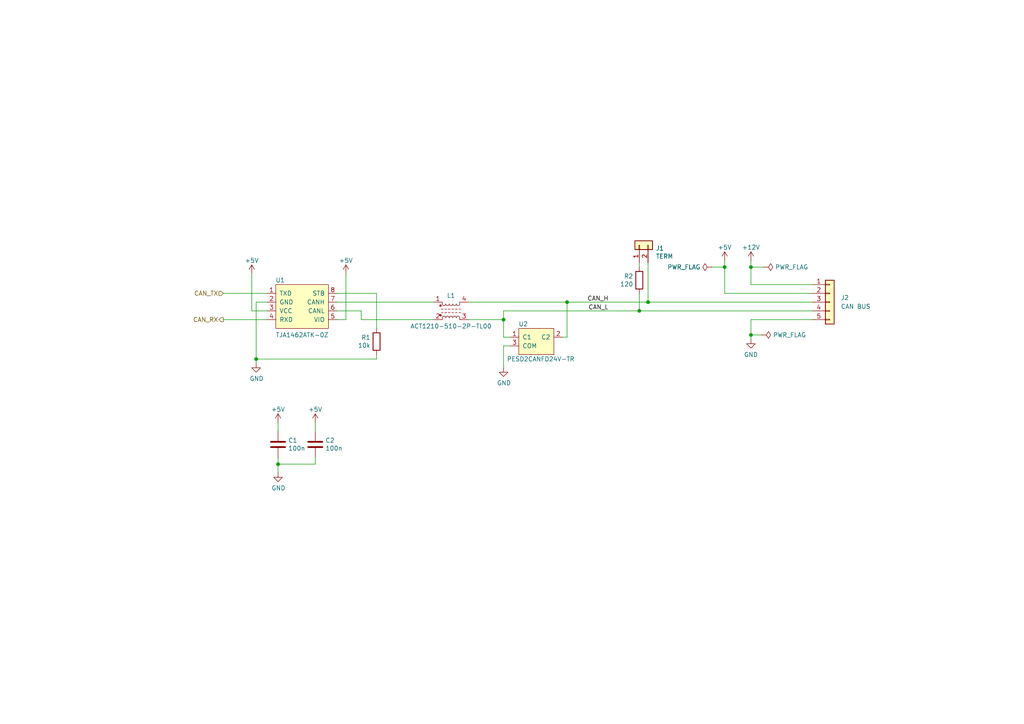
<source format=kicad_sch>
(kicad_sch (version 20230121) (generator eeschema)
  (paper "A4")
  (title_block (title "Tandem Leveller User Controls") (date "2025-02-25") (rev "V1.0") (company "(C) andy@britishideas.com 2025") (comment 1 "For personal use only, no commercial use") (comment 2 "Provided as-is, no warranty express or implied. Use at your own risk"))
  (lib_symbols
    (symbol "Connector_Generic:Conn_01x02" (pin_names (offset 1.016) hide)
      (property "Reference" "J" (at 0 2.54 0))
      (property "Value" "Conn_01x02" (at 0 -5.08 0))
      (symbol "Conn_01x02_1_1"
        (rectangle (start -1.27 -2.413) (end 0 -2.667) (stroke (width 0.1524)))
        (rectangle (start -1.27 0.127) (end 0 -0.127) (stroke (width 0.1524)))
        (rectangle (start -1.27 1.27) (end 1.27 -3.81) (stroke (width 0.254)) (fill (type background)))
        (pin passive line (at -5.08 0 0) (length 3.81) (name "Pin_1") (number "1"))
        (pin passive line (at -5.08 -2.54 0) (length 3.81) (name "Pin_2") (number "2"))
      )
    )
    (symbol "Connector_Generic:Conn_01x05" (pin_names (offset 1.016) hide)
      (property "Reference" "J" (at 0 7.62 0))
      (property "Value" "Conn_01x05" (at 0 -7.62 0))
      (symbol "Conn_01x05_1_1"
        (rectangle (start -1.27 -4.953) (end 0 -5.207) (stroke (width 0.1524)))
        (rectangle (start -1.27 -2.413) (end 0 -2.667) (stroke (width 0.1524)))
        (rectangle (start -1.27 0.127) (end 0 -0.127) (stroke (width 0.1524)))
        (rectangle (start -1.27 2.667) (end 0 2.413) (stroke (width 0.1524)))
        (rectangle (start -1.27 5.207) (end 0 4.953) (stroke (width 0.1524)))
        (rectangle (start -1.27 6.35) (end 1.27 -6.35) (stroke (width 0.254)) (fill (type background)))
        (pin passive line (at -5.08 5.08 0) (length 3.81) (name "Pin_1") (number "1"))
        (pin passive line (at -5.08 2.54 0) (length 3.81) (name "Pin_2") (number "2"))
        (pin passive line (at -5.08 0 0) (length 3.81) (name "Pin_3") (number "3"))
        (pin passive line (at -5.08 -2.54 0) (length 3.81) (name "Pin_4") (number "4"))
        (pin passive line (at -5.08 -5.08 0) (length 3.81) (name "Pin_5") (number "5"))
      )
    )
    (symbol "Device:C" (pin_numbers hide) (pin_names (offset 0.254))
      (property "Reference" "C" (at 0.635 2.54 0))
      (property "Value" "C" (at 0.635 -2.54 0))
      (symbol "C_0_1"
        (polyline (pts (xy -2.032 -0.762) (xy 2.032 -0.762)) (stroke (width 0.508)))
        (polyline (pts (xy -2.032 0.762) (xy 2.032 0.762)) (stroke (width 0.508)))
      )
      (symbol "C_1_1"
        (pin passive line (at 0 3.81 270) (length 2.794) (name "~") (number "1"))
        (pin passive line (at 0 -3.81 90) (length 2.794) (name "~") (number "2"))
      )
    )
    (symbol "Device:L_Ferrite_Coupled_1423" (pin_names (offset 0.254) hide)
      (property "Reference" "L" (at 0 4.445 0))
      (property "Value" "L_Ferrite_Coupled_1423" (at 0 -4.445 0))
      (symbol "L_Ferrite_Coupled_1423_0_1"
        (circle (center -3.048 -1.27) (radius 0.254) (fill (type outline)))
        (circle (center -3.048 1.524) (radius 0.254) (fill (type outline)))
        (arc (start -2.54 2.032) (mid -2.032 1.5262) (end -1.524 2.032))
        (arc (start -1.524 -2.032) (mid -2.032 -1.5262) (end -2.54 -2.032))
        (arc (start -1.524 2.032) (mid -1.016 1.5262) (end -0.508 2.032))
        (arc (start -0.508 -2.032) (mid -1.016 -1.5262) (end -1.524 -2.032))
        (arc (start -0.508 2.032) (mid 0 1.5262) (end 0.508 2.032))
        (polyline (pts (xy -2.794 -0.508) (xy -2.286 -0.508)))
        (polyline (pts (xy -2.794 0.508) (xy -2.286 0.508)))
        (polyline (pts (xy -2.54 -2.032) (xy -2.54 -2.54)))
        (polyline (pts (xy -2.54 2.032) (xy -2.54 2.54)))
        (polyline (pts (xy -1.778 -0.508) (xy -1.27 -0.508)))
        (polyline (pts (xy -1.778 0.508) (xy -1.27 0.508)))
        (polyline (pts (xy -0.762 -0.508) (xy -0.254 -0.508)))
        (polyline (pts (xy -0.762 0.508) (xy -0.254 0.508)))
        (polyline (pts (xy 0.254 -0.508) (xy 0.762 -0.508)))
        (polyline (pts (xy 0.254 0.508) (xy 0.762 0.508)))
        (polyline (pts (xy 1.27 -0.508) (xy 1.778 -0.508)))
        (polyline (pts (xy 1.27 0.508) (xy 1.778 0.508)))
        (polyline (pts (xy 2.286 -0.508) (xy 2.794 -0.508)))
        (polyline (pts (xy 2.286 0.508) (xy 2.794 0.508)))
        (polyline (pts (xy 2.54 -2.032) (xy 2.54 -2.54)))
        (polyline (pts (xy 2.54 2.54) (xy 2.54 2.032)))
        (arc (start 0.508 -2.032) (mid 0 -1.5262) (end -0.508 -2.032))
        (arc (start 0.508 2.032) (mid 1.016 1.5262) (end 1.524 2.032))
        (arc (start 1.524 -2.032) (mid 1.016 -1.5262) (end 0.508 -2.032))
        (arc (start 1.524 2.032) (mid 2.032 1.5262) (end 2.54 2.032))
        (arc (start 2.54 -2.032) (mid 2.032 -1.5262) (end 1.524 -2.032))
      )
      (symbol "L_Ferrite_Coupled_1423_1_1"
        (pin passive line (at -5.08 2.54 0) (length 2.54) (name "1") (number "1"))
        (pin passive line (at -5.08 -2.54 0) (length 2.54) (name "2") (number "2"))
        (pin passive line (at 5.08 -2.54 180) (length 2.54) (name "3") (number "3"))
        (pin passive line (at 5.08 2.54 180) (length 2.54) (name "4") (number "4"))
      )
    )
    (symbol "Device:R" (pin_numbers hide) (pin_names (offset 0))
      (property "Reference" "R" (at 2.032 0 90))
      (property "Value" "R" (at 0 0 90))
      (symbol "R_0_1"
        (rectangle (start -1.016 -2.54) (end 1.016 2.54) (stroke (width 0.254)))
      )
      (symbol "R_1_1"
        (pin passive line (at 0 3.81 270) (length 1.27) (name "~") (number "1"))
        (pin passive line (at 0 -3.81 90) (length 1.27) (name "~") (number "2"))
      )
    )
    (symbol "EmSA:PESD2CANFD24V-T" (pin_names (offset 1.016))
      (property "Reference" "U" (at 1.27 -1.27 0))
      (property "Value" "PESD2CANFD24V-T" (at 5.08 8.89 0))
      (property "manf#" "PESD2CANFD24V-T" (at 0 0 0))
      (symbol "PESD2CANFD24V-T_0_1"
        (rectangle (start 0 0) (end 10.16 7.62) (fill (type background)))
      )
      (symbol "PESD2CANFD24V-T_1_1"
        (pin passive line (at -2.54 5.08 0) (length 2.54) (name "C1") (number "1"))
        (pin passive line (at 12.7 5.08 180) (length 2.54) (name "C2") (number "2"))
        (pin passive line (at -2.54 2.54 0) (length 2.54) (name "COM") (number "3"))
      )
    )
    (symbol "EmSA:TJA1462ATK" (pin_names (offset 1.016))
      (property "Reference" "U" (at 1.27 -1.27 0))
      (property "Value" "TJA1462ATK" (at 10.16 -1.27 0))
      (property "manf#" "TJA1462ATK" (at 0 0 0))
      (symbol "TJA1462ATK_0_1"
        (rectangle (start 0 0) (end 15.24 12.7) (fill (type background)))
      )
      (symbol "TJA1462ATK_1_1"
        (pin input line (at -2.54 10.16 0) (length 2.54) (name "TXD") (number "1"))
        (pin power_in line (at -2.54 7.62 0) (length 2.54) (name "GND") (number "2"))
        (pin power_in line (at -2.54 5.08 0) (length 2.54) (name "VCC") (number "3"))
        (pin output line (at -2.54 2.54 0) (length 2.54) (name "RXD") (number "4"))
        (pin power_in line (at 17.78 2.54 180) (length 2.54) (name "VIO") (number "5"))
        (pin bidirectional line (at 17.78 5.08 180) (length 2.54) (name "CANL") (number "6"))
        (pin bidirectional line (at 17.78 7.62 180) (length 2.54) (name "CANH") (number "7"))
        (pin input line (at 17.78 10.16 180) (length 2.54) (name "STB") (number "8"))
      )
    )
    (symbol "power:+12V" (power) (pin_names (offset 0))
      (property "Value" "+12V" (at 0 3.556 0))
      (symbol "+12V_0_1"
        (polyline (pts (xy -0.762 1.27) (xy 0 2.54)))
        (polyline (pts (xy 0 0) (xy 0 2.54)))
        (polyline (pts (xy 0 2.54) (xy 0.762 1.27)))
      )
      (symbol "+12V_1_1"
        (pin power_in line (at 0 0 90) (length 0) hide (name "+12V") (number "1"))
      )
    )
    (symbol "power:+5V" (power) (pin_names (offset 0))
      (property "Value" "+5V" (at 0 3.556 0))
      (symbol "+5V_0_1"
        (polyline (pts (xy -0.762 1.27) (xy 0 2.54)))
        (polyline (pts (xy 0 0) (xy 0 2.54)))
        (polyline (pts (xy 0 2.54) (xy 0.762 1.27)))
      )
      (symbol "+5V_1_1"
        (pin power_in line (at 0 0 90) (length 0) hide (name "+5V") (number "1"))
      )
    )
    (symbol "power:GND" (power) (pin_names (offset 0))
      (property "Value" "GND" (at 0 -3.81 0))
      (symbol "GND_0_1"
        (polyline (pts (xy 0 0) (xy 0 -1.27) (xy 1.27 -1.27) (xy 0 -2.54) (xy -1.27 -1.27) (xy 0 -1.27)))
      )
      (symbol "GND_1_1"
        (pin power_in line (at 0 0 270) (length 0) hide (name "GND") (number "1"))
      )
    )
    (symbol "power:PWR_FLAG" (power) (pin_numbers hide) (pin_names (offset 0) hide)
      (property "Value" "PWR_FLAG" (at 0 3.81 0))
      (symbol "PWR_FLAG_0_0"
        (pin power_out line (at 0 0 90) (length 0) (name "pwr") (number "1"))
      )
      (symbol "PWR_FLAG_0_1"
        (polyline (pts (xy 0 0) (xy 0 1.27) (xy -1.016 1.905) (xy 0 2.54) (xy 1.016 1.905) (xy 0 1.27)))
      )
    )
  )
  (junction (at 164.465 87.63))
  (junction (at 74.295 104.14))
  (junction (at 217.805 77.47))
  (junction (at 217.805 97.155))
  (junction (at 210.185 77.47))
  (junction (at 146.05 92.71))
  (junction (at 187.96 87.63))
  (junction (at 80.645 134.62))
  (junction (at 185.42 90.17))
  (wire (pts (xy 146.05 106.68) (xy 146.05 100.33)))
  (wire (pts (xy 91.44 134.62) (xy 80.645 134.62)))
  (wire (pts (xy 217.805 97.155) (xy 217.805 98.425)))
  (wire (pts (xy 100.33 79.375) (xy 100.33 92.71)))
  (wire (pts (xy 109.22 95.25) (xy 109.22 85.09)))
  (wire (pts (xy 185.42 77.47) (xy 185.42 76.2)))
  (wire (pts (xy 74.295 104.14) (xy 74.295 87.63)))
  (wire (pts (xy 104.775 92.71) (xy 125.73 92.71)))
  (wire (pts (xy 206.375 77.47) (xy 210.185 77.47)))
  (wire (pts (xy 80.645 132.715) (xy 80.645 134.62)))
  (wire (pts (xy 97.79 90.17) (xy 104.775 90.17)))
  (wire (pts (xy 135.89 92.71) (xy 146.05 92.71)))
  (wire (pts (xy 64.77 85.09) (xy 77.47 85.09)))
  (wire (pts (xy 163.195 97.79) (xy 164.465 97.79)))
  (wire (pts (xy 187.96 87.63) (xy 187.96 76.2)))
  (wire (pts (xy 185.42 90.17) (xy 185.42 85.09)))
  (wire (pts (xy 217.805 97.155) (xy 220.98 97.155)))
  (wire (pts (xy 100.33 92.71) (xy 97.79 92.71)))
  (wire (pts (xy 73.025 79.375) (xy 73.025 90.17)))
  (wire (pts (xy 187.96 87.63) (xy 235.585 87.63)))
  (wire (pts (xy 217.805 92.71) (xy 217.805 97.155)))
  (wire (pts (xy 210.185 75.565) (xy 210.185 77.47)))
  (wire (pts (xy 164.465 97.79) (xy 164.465 87.63)))
  (wire (pts (xy 97.79 87.63) (xy 125.73 87.63)))
  (wire (pts (xy 91.44 122.555) (xy 91.44 125.095)))
  (wire (pts (xy 74.295 104.14) (xy 109.22 104.14)))
  (wire (pts (xy 146.05 100.33) (xy 147.955 100.33)))
  (wire (pts (xy 73.025 90.17) (xy 77.47 90.17)))
  (wire (pts (xy 217.805 77.47) (xy 217.805 82.55)))
  (wire (pts (xy 147.955 97.79) (xy 146.05 97.79)))
  (wire (pts (xy 164.465 87.63) (xy 187.96 87.63)))
  (wire (pts (xy 217.805 92.71) (xy 235.585 92.71)))
  (wire (pts (xy 74.295 105.41) (xy 74.295 104.14)))
  (wire (pts (xy 91.44 132.715) (xy 91.44 134.62)))
  (wire (pts (xy 210.185 85.09) (xy 235.585 85.09)))
  (wire (pts (xy 146.05 90.17) (xy 146.05 92.71)))
  (wire (pts (xy 146.05 97.79) (xy 146.05 92.71)))
  (wire (pts (xy 80.645 122.555) (xy 80.645 125.095)))
  (wire (pts (xy 80.645 134.62) (xy 80.645 137.16)))
  (wire (pts (xy 185.42 90.17) (xy 235.585 90.17)))
  (wire (pts (xy 217.805 82.55) (xy 235.585 82.55)))
  (wire (pts (xy 104.775 90.17) (xy 104.775 92.71)))
  (wire (pts (xy 97.79 85.09) (xy 109.22 85.09)))
  (wire (pts (xy 217.805 77.47) (xy 221.615 77.47)))
  (wire (pts (xy 64.77 92.71) (xy 77.47 92.71)))
  (wire (pts (xy 210.185 77.47) (xy 210.185 85.09)))
  (wire (pts (xy 146.05 90.17) (xy 185.42 90.17)))
  (wire (pts (xy 74.295 87.63) (xy 77.47 87.63)))
  (wire (pts (xy 217.805 75.565) (xy 217.805 77.47)))
  (wire (pts (xy 135.89 87.63) (xy 164.465 87.63)))
  (wire (pts (xy 109.22 102.87) (xy 109.22 104.14)))
  (label "CAN_L" (at 176.53 90.17 180))
  (label "CAN_H" (at 176.53 87.63 180))
  (hierarchical_label "CAN_RX" (shape output) (at 64.77 92.71 180))
  (hierarchical_label "CAN_TX" (shape input) (at 64.77 85.09 180))
  (symbol (lib_id "Device:L_Ferrite_Coupled_1423") (at 130.81 90.17 0) (unit 1)
    (property "Reference" "L1" (at 130.81 85.725 0))
    (property "Value" "ACT1210-510-2P-TL00" (at 130.81 94.615 0))
    (property "Footprint" "EmSA:ACT1210-510-2P-TL00" (effects hide))
    (property "manf#" "ACT1210-510-2P-TL00" (effects hide))
  )
  (symbol (lib_id "power:+5V") (at 73.025 79.375 0) (unit 1)
    (property "Reference" "#PWR01" (effects hide))
    (property "Value" "+5V" (at 73.025 75.565 0))
  )
  (symbol (lib_id "Device:R") (at 185.42 81.28 0) (mirror x) (unit 1)
    (property "Reference" "R2" (at 183.6674 80.1116 0) (effects (justify right)))
    (property "Value" "120" (at 183.6674 82.423 0) (effects (justify right)))
    (property "Footprint" "Resistor_SMD:R_0805_2012Metric" (effects hide))
  )
  (symbol (lib_id "power:+12V") (at 217.805 75.565 0) (unit 1)
    (property "Reference" "#PWR09" (effects hide))
    (property "Value" "+12V" (at 217.805 71.755 0))
  )
  (symbol (lib_id "power:+5V") (at 91.44 122.555 0) (unit 1)
    (property "Reference" "#PWR05" (effects hide))
    (property "Value" "+5V" (at 91.44 118.745 0))
  )
  (symbol (lib_id "Device:C") (at 91.44 128.905 0) (unit 1)
    (property "Reference" "C2" (at 94.361 127.7366 0) (effects (justify left)))
    (property "Value" "100n" (at 94.361 130.048 0) (effects (justify left)))
    (property "Footprint" "Capacitor_SMD:C_0805_2012Metric" (effects hide))
  )
  (symbol (lib_id "Device:R") (at 109.22 99.06 0) (mirror x) (unit 1)
    (property "Reference" "R1" (at 107.4674 97.8916 0) (effects (justify right)))
    (property "Value" "10k" (at 107.4674 100.203 0) (effects (justify right)))
    (property "Footprint" "Resistor_SMD:R_0805_2012Metric" (effects hide))
  )
  (symbol (lib_id "Connector_Generic:Conn_01x02") (at 185.42 71.12 90) (unit 1)
    (property "Reference" "J1" (at 190.1952 72.0344 90) (effects (justify right)))
    (property "Value" "TERM" (at 190.1952 74.3458 90) (effects (justify right)))
    (property "Footprint" "Connector_PinHeader_2.54mm:PinHeader_1x02_P2.54mm_Vertical" (effects hide))
  )
  (symbol (lib_id "power:PWR_FLAG") (at 206.375 77.47 90) (unit 1)
    (property "Reference" "#FLG01" (effects hide))
    (property "Value" "PWR_FLAG" (at 203.2 77.47 90) (effects (justify left)))
  )
  (symbol (lib_id "power:GND") (at 74.295 105.41 0) (unit 1)
    (property "Reference" "#PWR02" (effects hide))
    (property "Value" "GND" (at 74.422 109.8042 0))
  )
  (symbol (lib_id "power:PWR_FLAG") (at 221.615 77.47 270) (unit 1)
    (property "Reference" "#FLG03" (effects hide))
    (property "Value" "PWR_FLAG" (at 224.79 77.47 90) (effects (justify left)))
  )
  (symbol (lib_id "power:+5V") (at 100.33 79.375 0) (unit 1)
    (property "Reference" "#PWR06" (effects hide))
    (property "Value" "+5V" (at 100.33 75.565 0))
  )
  (symbol (lib_id "power:PWR_FLAG") (at 220.98 97.155 270) (unit 1)
    (property "Reference" "#FLG02" (effects hide))
    (property "Value" "PWR_FLAG" (at 224.155 97.155 90) (effects (justify left)))
  )
  (symbol (lib_id "power:+5V") (at 210.185 75.565 0) (unit 1)
    (property "Reference" "#PWR08" (effects hide))
    (property "Value" "+5V" (at 210.185 71.755 0))
  )
  (symbol (lib_id "power:+5V") (at 80.645 122.555 0) (unit 1)
    (property "Reference" "#PWR03" (effects hide))
    (property "Value" "+5V" (at 80.645 118.745 0))
  )
  (symbol (lib_id "power:GND") (at 217.805 98.425 0) (unit 1)
    (property "Reference" "#PWR010" (effects hide))
    (property "Value" "GND" (at 217.805 102.87 0))
  )
  (symbol (lib_id "Connector_Generic:Conn_01x05") (at 240.665 87.63 0) (unit 1)
    (property "Reference" "J2" (at 243.84 86.36 0) (effects (justify left)))
    (property "Value" "CAN BUS" (at 243.84 88.9 0) (effects (justify left)))
    (property "Footprint" "Connector_JST:JST_PH_B5B-PH-K_1x05_P2.00mm_Vertical" (effects hide))
    (property "manf#" "B5B-PH-K-S" (effects hide))
  )
  (symbol (lib_id "power:GND") (at 80.645 137.16 0) (unit 1)
    (property "Reference" "#PWR04" (effects hide))
    (property "Value" "GND" (at 80.772 141.5542 0))
  )
  (symbol (lib_id "Device:C") (at 80.645 128.905 0) (unit 1)
    (property "Reference" "C1" (at 83.566 127.7366 0) (effects (justify left)))
    (property "Value" "100n" (at 83.566 130.048 0) (effects (justify left)))
    (property "Footprint" "Capacitor_SMD:C_0805_2012Metric" (effects hide))
  )
  (symbol (lib_id "EmSA:TJA1462ATK") (at 80.01 95.25 0) (unit 1)
    (property "Reference" "U1" (at 81.28 81.28 0))
    (property "Value" "TJA1462ATK-0Z" (at 87.63 97.155 0))
    (property "Footprint" "EmSA:HVSON8_0_65mm" (effects hide))
    (property "manf#" "TJA1462ATK/0Z" (effects hide))
  )
  (symbol (lib_id "EmSA:PESD2CANFD24V-T") (at 150.495 102.87 0) (unit 1)
    (property "Reference" "U2" (at 151.765 93.98 0))
    (property "Value" "PESD2CANFD24V-TR" (at 156.845 104.14 0))
    (property "Footprint" "Package_TO_SOT_SMD:SOT-23" (effects hide))
    (property "manf#" "PESD2CANFD24V-TR" (effects hide))
  )
  (symbol (lib_id "power:GND") (at 146.05 106.68 0) (unit 1)
    (property "Reference" "#PWR07" (effects hide))
    (property "Value" "GND" (at 146.177 111.0742 0))
  )
)
</source>
